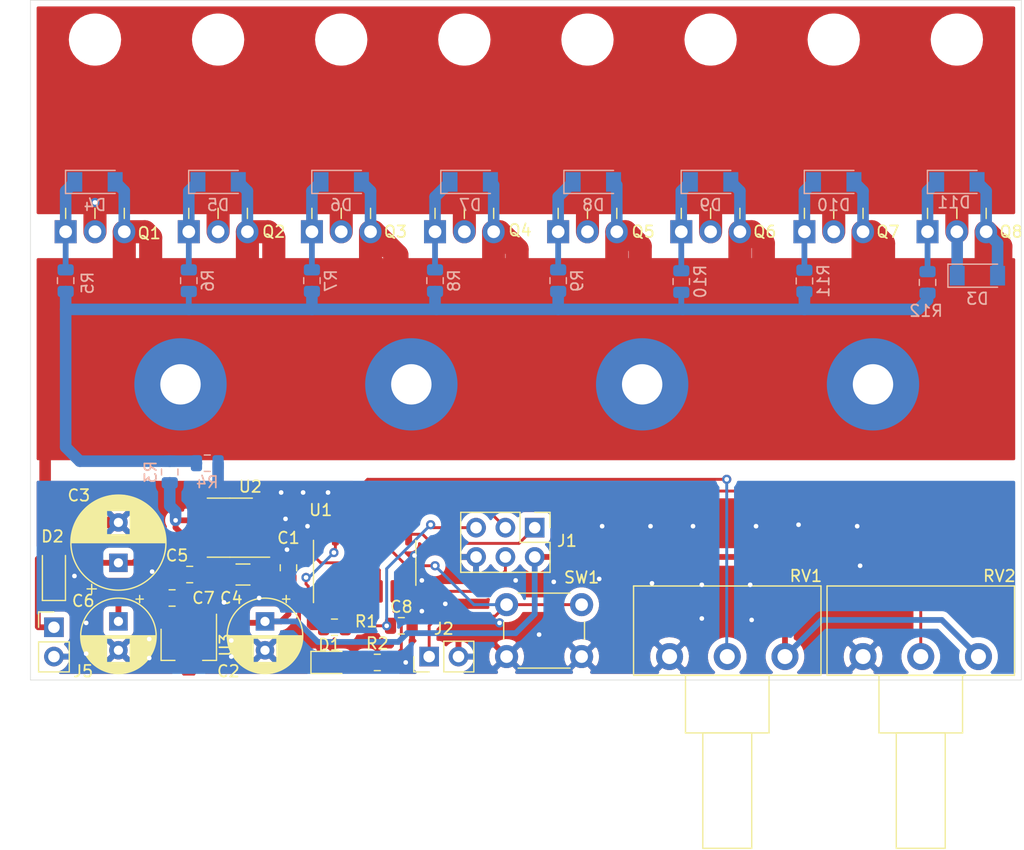
<source format=kicad_pcb>
(kicad_pcb (version 20171130) (host pcbnew 5.1.4-e60b266~84~ubuntu18.04.1)
  (layers (0 F.Cu signal) (31 B.Cu signal) (34 B.Paste user) (35 F.Paste user) (36 B.SilkS user) (37 F.SilkS user) (38 B.Mask user) (39 F.Mask user) (44 Edge.Cuts user))
  (net 0 "")
  (net 1 GND)
  (net 2 VCC)
  (net 3 VDD)
  (net 4 "Net-(C6-Pad1)")
  (net 5 "Net-(D1-Pad2)")
  (net 6 "Net-(D4-Pad1)")
  (net 7 "Net-(D5-Pad1)")
  (net 8 "Net-(D6-Pad1)")
  (net 9 "Net-(D7-Pad1)")
  (net 10 "Net-(D8-Pad1)")
  (net 11 "Net-(D9-Pad1)")
  (net 12 "Net-(D10-Pad1)")
  (net 13 "Net-(D11-Pad1)")
  (net 14 "Net-(J1-Pad4)")
  (net 15 "Net-(J1-Pad3)")
  (net 16 "Net-(J1-Pad1)")
  (net 17 "Net-(J2-Pad1)")
  (net 18 "Net-(R2-Pad2)")
  (net 19 "Net-(R3-Pad2)")
  (net 20 "Net-(R10-Pad1)")
  (net 21 "Net-(RV1-Pad2)")
  (net 22 "Net-(RV2-Pad2)")
  (net 23 DRIVE)
  (net 24 "Net-(U1-Pad3)")
  (net 25 "Net-(U1-Pad2)")
  (net 26 "Net-(U2-Pad3)")
  (net 27 Vdrive)
  (net 28 "Net-(C8-Pad1)")
  (module Package_TO_SOT_THT:TO-220-3_Horizontal_TabDown (layer F.Cu) (at 181.864 82.804)
    (fp_text reference Q8 (at 7.239 0) (layer F.SilkS))
    (fp_text value IRF3205)
    (pad 3 thru_hole oval (at 5.08 0) (size 1.905 2) (drill 1.1) (layers *.Cu *.Mask) (net 1 GND))
    (pad 2 thru_hole oval (at 2.54 0) (size 1.905 2) (drill 1.1) (layers *.Cu *.Mask) (net 27 Vdrive))
    (pad 1 thru_hole rect (at 0 0) (size 1.905 2) (drill 1.1) (layers *.Cu *.Mask) (net 13 "Net-(D11-Pad1)"))
    (pad "" np_thru_hole oval (at 2.54 -16.66) (size 3.5 3.5) (drill 3.5) (layers *.Cu *.Mask))
  )
  (module Package_TO_SOT_THT:TO-220-3_Horizontal_TabDown (layer F.Cu) (at 171.196 82.804)
    (fp_text reference Q7 (at 7.239 0) (layer F.SilkS))
    (fp_text value IRF3205)
    (pad 3 thru_hole oval (at 5.08 0) (size 1.905 2) (drill 1.1) (layers *.Cu *.Mask) (net 1 GND))
    (pad 2 thru_hole oval (at 2.54 0) (size 1.905 2) (drill 1.1) (layers *.Cu *.Mask) (net 27 Vdrive))
    (pad 1 thru_hole rect (at 0 0) (size 1.905 2) (drill 1.1) (layers *.Cu *.Mask) (net 12 "Net-(D10-Pad1)"))
    (pad "" np_thru_hole oval (at 2.54 -16.66) (size 3.5 3.5) (drill 3.5) (layers *.Cu *.Mask))
  )
  (module Package_TO_SOT_THT:TO-220-3_Horizontal_TabDown (layer F.Cu) (at 160.528 82.804)
    (fp_text reference Q6 (at 7.239 0) (layer F.SilkS))
    (fp_text value IRF3205)
    (pad "" np_thru_hole oval (at 2.54 -16.66) (size 3.5 3.5) (drill 3.5) (layers *.Cu *.Mask))
    (pad 1 thru_hole rect (at 0 0) (size 1.905 2) (drill 1.1) (layers *.Cu *.Mask) (net 11 "Net-(D9-Pad1)"))
    (pad 2 thru_hole oval (at 2.54 0) (size 1.905 2) (drill 1.1) (layers *.Cu *.Mask) (net 27 Vdrive))
    (pad 3 thru_hole oval (at 5.08 0) (size 1.905 2) (drill 1.1) (layers *.Cu *.Mask) (net 1 GND))
  )
  (module Package_TO_SOT_THT:TO-220-3_Horizontal_TabDown (layer F.Cu) (at 149.86 82.804)
    (fp_text reference Q5 (at 7.366 0) (layer F.SilkS))
    (fp_text value IRF3205)
    (pad 3 thru_hole oval (at 5.08 0) (size 1.905 2) (drill 1.1) (layers *.Cu *.Mask) (net 1 GND))
    (pad 2 thru_hole oval (at 2.54 0) (size 1.905 2) (drill 1.1) (layers *.Cu *.Mask) (net 27 Vdrive))
    (pad 1 thru_hole rect (at 0 0) (size 1.905 2) (drill 1.1) (layers *.Cu *.Mask) (net 10 "Net-(D8-Pad1)"))
    (pad "" np_thru_hole oval (at 2.54 -16.66) (size 3.5 3.5) (drill 3.5) (layers *.Cu *.Mask))
  )
  (module Package_TO_SOT_THT:TO-220-3_Horizontal_TabDown (layer F.Cu) (at 139.192 82.804)
    (fp_text reference Q4 (at 7.366 -0.127) (layer F.SilkS))
    (fp_text value IRF3205)
    (pad 3 thru_hole oval (at 5.08 0) (size 1.905 2) (drill 1.1) (layers *.Cu *.Mask) (net 1 GND))
    (pad 2 thru_hole oval (at 2.54 0) (size 1.905 2) (drill 1.1) (layers *.Cu *.Mask) (net 27 Vdrive))
    (pad 1 thru_hole rect (at 0 0) (size 1.905 2) (drill 1.1) (layers *.Cu *.Mask) (net 9 "Net-(D7-Pad1)"))
    (pad "" np_thru_hole oval (at 2.54 -16.66) (size 3.5 3.5) (drill 3.5) (layers *.Cu *.Mask))
  )
  (module Package_TO_SOT_THT:TO-220-3_Horizontal_TabDown (layer F.Cu) (at 128.524 82.804)
    (fp_text reference Q3 (at 7.239 0) (layer F.SilkS))
    (fp_text value IRF3205)
    (pad "" np_thru_hole oval (at 2.54 -16.66) (size 3.5 3.5) (drill 3.5) (layers *.Cu *.Mask))
    (pad 1 thru_hole rect (at 0 0) (size 1.905 2) (drill 1.1) (layers *.Cu *.Mask) (net 8 "Net-(D6-Pad1)"))
    (pad 2 thru_hole oval (at 2.54 0) (size 1.905 2) (drill 1.1) (layers *.Cu *.Mask) (net 27 Vdrive))
    (pad 3 thru_hole oval (at 5.08 0) (size 1.905 2) (drill 1.1) (layers *.Cu *.Mask) (net 1 GND))
  )
  (module Package_TO_SOT_THT:TO-220-3_Horizontal_TabDown (layer F.Cu) (at 117.856 82.804)
    (fp_text reference Q2 (at 7.366 0) (layer F.SilkS))
    (fp_text value IRF3205)
    (pad 3 thru_hole oval (at 5.08 0) (size 1.905 2) (drill 1.1) (layers *.Cu *.Mask) (net 1 GND))
    (pad 2 thru_hole oval (at 2.54 0) (size 1.905 2) (drill 1.1) (layers *.Cu *.Mask) (net 27 Vdrive))
    (pad 1 thru_hole rect (at 0 0) (size 1.905 2) (drill 1.1) (layers *.Cu *.Mask) (net 7 "Net-(D5-Pad1)"))
    (pad "" np_thru_hole oval (at 2.54 -16.66) (size 3.5 3.5) (drill 3.5) (layers *.Cu *.Mask))
  )
  (module Package_TO_SOT_THT:TO-220-3_Horizontal_TabDown-nosilk (layer F.Cu) (at 107.188 82.804)
    (fp_text reference Q1 (at 7.239 0.127) (layer F.SilkS))
    (fp_text value IRF3205)
    (pad "" np_thru_hole oval (at 2.54 -16.66) (size 3.5 3.5) (drill 3.5) (layers *.Cu *.Mask))
    (pad 1 thru_hole rect (at 0 0) (size 1.905 2) (drill 1.1) (layers *.Cu *.Mask) (net 6 "Net-(D4-Pad1)"))
    (pad 2 thru_hole oval (at 2.54 0) (size 1.905 2) (drill 1.1) (layers *.Cu *.Mask) (net 27 Vdrive))
    (pad 3 thru_hole oval (at 5.08 0) (size 1.905 2) (drill 1.1) (layers *.Cu *.Mask) (net 1 GND))
  )
  (module Capacitor_SMD:C_0805_2012Metric (layer F.Cu) (at 136.271 116.967)
    (fp_text reference C8 (at 0 -1.65) (layer F.SilkS))
    (fp_text value C)
    (pad 2 smd roundrect (at 0.9375 0) (size 0.975 1.4) (layers F.Cu F.Paste F.Mask) (net 1 GND))
    (pad 1 smd roundrect (at -0.9375 0) (size 0.975 1.4) (layers F.Cu F.Paste F.Mask) (net 28 "Net-(C8-Pad1)"))
  )
  (module Package_TO_SOT_SMD:SOT-89-3 (layer F.Cu) (at 117.856 118.1862 270)
    (fp_text reference U3 (at 0.45 -3.2 90) (layer F.SilkS))
    (fp_text value L78L05_SOT89)
    (pad 2 smd trapezoid (at -0.0762 0) (size 1.5 1) (rect_delta 0 0.7) (layers F.Cu F.Paste F.Mask) (net 1 GND))
    (pad 2 smd rect (at 1.3335 0 180) (size 2.2 1.84) (layers F.Cu F.Paste F.Mask) (net 1 GND))
    (pad 3 smd rect (at -1.48 1.5 180) (size 1 1.5) (layers F.Cu F.Paste F.Mask) (net 4 "Net-(C6-Pad1)"))
    (pad 2 smd rect (at -1.3335 0 180) (size 1 1.8) (layers F.Cu F.Paste F.Mask) (net 1 GND))
    (pad 1 smd rect (at -1.48 -1.5 180) (size 1 1.5) (layers F.Cu F.Paste F.Mask) (net 2 VCC))
    (pad 2 smd trapezoid (at 2.667 0 180) (size 1.6 0.85) (rect_delta 0 0.6) (layers F.Cu F.Paste F.Mask) (net 1 GND))
  )
  (module Package_SO:SOIC-8-1EP_3.9x4.9mm_P1.27mm_EP2.29x3mm (layer F.Cu) (at 121.412 108.458 180)
    (fp_text reference U2 (at -1.778 3.556) (layer F.SilkS))
    (fp_text value TC4429VOA)
    (pad 8 smd roundrect (at 2.475 -1.905 180) (size 1.95 0.6) (layers F.Cu F.Paste F.Mask) (net 3 VDD))
    (pad 7 smd roundrect (at 2.475 -0.635 180) (size 1.95 0.6) (layers F.Cu F.Paste F.Mask) (net 19 "Net-(R3-Pad2)"))
    (pad 6 smd roundrect (at 2.475 0.635 180) (size 1.95 0.6) (layers F.Cu F.Paste F.Mask) (net 19 "Net-(R3-Pad2)"))
    (pad 5 smd roundrect (at 2.475 1.905 180) (size 1.95 0.6) (layers F.Cu F.Paste F.Mask) (net 1 GND))
    (pad 4 smd roundrect (at -2.475 1.905 180) (size 1.95 0.6) (layers F.Cu F.Paste F.Mask) (net 1 GND))
    (pad 3 smd roundrect (at -2.475 0.635 180) (size 1.95 0.6) (layers F.Cu F.Paste F.Mask) (net 26 "Net-(U2-Pad3)"))
    (pad 2 smd roundrect (at -2.475 -0.635 180) (size 1.95 0.6) (layers F.Cu F.Paste F.Mask) (net 23 DRIVE))
    (pad 1 smd roundrect (at -2.475 -1.905 180) (size 1.95 0.6) (layers F.Cu F.Paste F.Mask) (net 3 VDD))
    (pad 9 smd roundrect (at 0 0 180) (size 2.29 3) (layers F.Cu F.Mask) (roundrect_rratio 0.10917))
  )
  (module Package_SO:SOIC-14_3.9x8.7mm_P1.27mm (layer F.Cu) (at 133.096 111.506 90)
    (fp_text reference U1 (at 4.572 -3.81 180) (layer F.SilkS))
    (fp_text value ATtiny24-20SSU)
    (pad 14 smd roundrect (at 2.475 -3.81 90) (size 1.95 0.6) (layers F.Cu F.Paste F.Mask) (net 1 GND))
    (pad 13 smd roundrect (at 2.475 -2.54 90) (size 1.95 0.6) (layers F.Cu F.Paste F.Mask) (net 2 VCC))
    (pad 12 smd roundrect (at 2.475 -1.27 90) (size 1.95 0.6) (layers F.Cu F.Paste F.Mask) (net 21 "Net-(RV1-Pad2)"))
    (pad 11 smd roundrect (at 2.475 0 90) (size 1.95 0.6) (layers F.Cu F.Paste F.Mask) (net 22 "Net-(RV2-Pad2)"))
    (pad 10 smd roundrect (at 2.475 1.27 90) (size 1.95 0.6) (layers F.Cu F.Paste F.Mask) (net 17 "Net-(J2-Pad1)"))
    (pad 9 smd roundrect (at 2.475 2.54 90) (size 1.95 0.6) (layers F.Cu F.Paste F.Mask) (net 15 "Net-(J1-Pad3)"))
    (pad 8 smd roundrect (at 2.475 3.81 90) (size 1.95 0.6) (layers F.Cu F.Paste F.Mask) (net 16 "Net-(J1-Pad1)"))
    (pad 7 smd roundrect (at -2.475 3.81 90) (size 1.95 0.6) (layers F.Cu F.Paste F.Mask) (net 14 "Net-(J1-Pad4)"))
    (pad 6 smd roundrect (at -2.475 2.54 90) (size 1.95 0.6) (layers F.Cu F.Paste F.Mask) (net 18 "Net-(R2-Pad2)"))
    (pad 5 smd roundrect (at -2.475 1.27 90) (size 1.95 0.6) (layers F.Cu F.Paste F.Mask) (net 23 DRIVE))
    (pad 4 smd roundrect (at -2.475 0 90) (size 1.95 0.6) (layers F.Cu F.Paste F.Mask) (net 28 "Net-(C8-Pad1)"))
    (pad 3 smd roundrect (at -2.475 -1.27 90) (size 1.95 0.6) (layers F.Cu F.Paste F.Mask) (net 24 "Net-(U1-Pad3)"))
    (pad 2 smd roundrect (at -2.475 -2.54 90) (size 1.95 0.6) (layers F.Cu F.Paste F.Mask) (net 25 "Net-(U1-Pad2)"))
    (pad 1 smd roundrect (at -2.475 -3.81 90) (size 1.95 0.6) (layers F.Cu F.Paste F.Mask) (net 2 VCC))
  )
  (module Button_Switch_THT:SW_PUSH_6mm_H5mm (layer F.Cu) (at 151.892 119.634 180)
    (fp_text reference SW1 (at 0 6.858) (layer F.SilkS))
    (fp_text value SW_Push)
    (pad 1 thru_hole circle (at 6.5 0 270) (size 2 2) (drill 1.1) (layers *.Cu *.Mask) (net 1 GND))
    (pad 2 thru_hole circle (at 6.5 4.5 270) (size 2 2) (drill 1.1) (layers *.Cu *.Mask) (net 17 "Net-(J2-Pad1)"))
    (pad 1 thru_hole circle (at 0 0 270) (size 2 2) (drill 1.1) (layers *.Cu *.Mask) (net 1 GND))
    (pad 2 thru_hole circle (at 0 4.5 270) (size 2 2) (drill 1.1) (layers *.Cu *.Mask) (net 17 "Net-(J2-Pad1)"))
  )
  (module Potentiometer_THT:Potentiometer_Piher_T-16H_Single_Horizontal (layer F.Cu) (at 176.276 119.634 270)
    (fp_text reference RV2 (at -6.985 -11.811 180) (layer F.SilkS))
    (fp_text value R_POT)
    (pad 1 thru_hole circle (at 0 0 270) (size 2.34 2.34) (drill 1.3) (layers *.Cu *.Mask) (net 1 GND))
    (pad 2 thru_hole circle (at 0 -5 270) (size 2.34 2.34) (drill 1.3) (layers *.Cu *.Mask) (net 22 "Net-(RV2-Pad2)"))
    (pad 3 thru_hole circle (at 0 -10 270) (size 2.34 2.34) (drill 1.3) (layers *.Cu *.Mask) (net 2 VCC))
  )
  (module Potentiometer_THT:Potentiometer_Piher_T-16H_Single_Horizontal (layer F.Cu) (at 159.512 119.634 270)
    (fp_text reference RV1 (at -6.985 -11.811 180) (layer F.SilkS))
    (fp_text value R_POT)
    (pad 1 thru_hole circle (at 0 0 270) (size 2.34 2.34) (drill 1.3) (layers *.Cu *.Mask) (net 1 GND))
    (pad 2 thru_hole circle (at 0 -5 270) (size 2.34 2.34) (drill 1.3) (layers *.Cu *.Mask) (net 21 "Net-(RV1-Pad2)"))
    (pad 3 thru_hole circle (at 0 -10 270) (size 2.34 2.34) (drill 1.3) (layers *.Cu *.Mask) (net 2 VCC))
  )
  (module Resistor_SMD:R_0805_2012Metric (layer B.Cu) (at 181.864 87.2005 90)
    (fp_text reference R12 (at -2.4615 -0.127) (layer B.SilkS) (effects (justify mirror)))
    (fp_text value R)
    (pad 2 smd roundrect (at 0.9375 0 90) (size 0.975 1.4) (layers B.Cu B.Paste B.Mask) (net 13 "Net-(D11-Pad1)"))
    (pad 1 smd roundrect (at -0.9375 0 90) (size 0.975 1.4) (layers B.Cu B.Paste B.Mask) (net 20 "Net-(R10-Pad1)"))
  )
  (module Resistor_SMD:R_0805_2012Metric (layer B.Cu) (at 171.196 87.0735 90)
    (fp_text reference R11 (at 0 1.65 270) (layer B.SilkS) (effects (justify mirror)))
    (fp_text value R)
    (pad 2 smd roundrect (at 0.9375 0 90) (size 0.975 1.4) (layers B.Cu B.Paste B.Mask) (net 12 "Net-(D10-Pad1)"))
    (pad 1 smd roundrect (at -0.9375 0 90) (size 0.975 1.4) (layers B.Cu B.Paste B.Mask) (net 20 "Net-(R10-Pad1)"))
  )
  (module Resistor_SMD:R_0805_2012Metric (layer B.Cu) (at 160.528 87.122 90)
    (fp_text reference R10 (at 0 1.65 270) (layer B.SilkS) (effects (justify mirror)))
    (fp_text value R)
    (pad 2 smd roundrect (at 0.9375 0 90) (size 0.975 1.4) (layers B.Cu B.Paste B.Mask) (net 11 "Net-(D9-Pad1)"))
    (pad 1 smd roundrect (at -0.9375 0 90) (size 0.975 1.4) (layers B.Cu B.Paste B.Mask) (net 20 "Net-(R10-Pad1)"))
  )
  (module Resistor_SMD:R_0805_2012Metric (layer B.Cu) (at 149.86 87.0435 90)
    (fp_text reference R9 (at 0 1.65 270) (layer B.SilkS) (effects (justify mirror)))
    (fp_text value R)
    (pad 2 smd roundrect (at 0.9375 0 90) (size 0.975 1.4) (layers B.Cu B.Paste B.Mask) (net 10 "Net-(D8-Pad1)"))
    (pad 1 smd roundrect (at -0.9375 0 90) (size 0.975 1.4) (layers B.Cu B.Paste B.Mask) (net 20 "Net-(R10-Pad1)"))
  )
  (module Resistor_SMD:R_0805_2012Metric (layer B.Cu) (at 139.192 87.0435 90)
    (fp_text reference R8 (at 0 1.65 270) (layer B.SilkS) (effects (justify mirror)))
    (fp_text value R)
    (pad 2 smd roundrect (at 0.9375 0 90) (size 0.975 1.4) (layers B.Cu B.Paste B.Mask) (net 9 "Net-(D7-Pad1)"))
    (pad 1 smd roundrect (at -0.9375 0 90) (size 0.975 1.4) (layers B.Cu B.Paste B.Mask) (net 20 "Net-(R10-Pad1)"))
  )
  (module Resistor_SMD:R_0805_2012Metric (layer B.Cu) (at 128.524 87.0435 90)
    (fp_text reference R7 (at 0 1.65 270) (layer B.SilkS) (effects (justify mirror)))
    (fp_text value R)
    (pad 2 smd roundrect (at 0.9375 0 90) (size 0.975 1.4) (layers B.Cu B.Paste B.Mask) (net 8 "Net-(D6-Pad1)"))
    (pad 1 smd roundrect (at -0.9375 0 90) (size 0.975 1.4) (layers B.Cu B.Paste B.Mask) (net 20 "Net-(R10-Pad1)"))
  )
  (module Resistor_SMD:R_0805_2012Metric (layer B.Cu) (at 117.856 87.0435 90)
    (fp_text reference R6 (at 0 1.65 270) (layer B.SilkS) (effects (justify mirror)))
    (fp_text value R)
    (pad 2 smd roundrect (at 0.9375 0 90) (size 0.975 1.4) (layers B.Cu B.Paste B.Mask) (net 7 "Net-(D5-Pad1)"))
    (pad 1 smd roundrect (at -0.9375 0 90) (size 0.975 1.4) (layers B.Cu B.Paste B.Mask) (net 20 "Net-(R10-Pad1)"))
  )
  (module Resistor_SMD:R_0805_2012Metric (layer B.Cu) (at 107.188 87.0435 90)
    (fp_text reference R5 (at -0.2055 1.905 270) (layer B.SilkS) (effects (justify mirror)))
    (fp_text value R)
    (pad 2 smd roundrect (at 0.9375 0 90) (size 0.975 1.4) (layers B.Cu B.Paste B.Mask) (net 6 "Net-(D4-Pad1)"))
    (pad 1 smd roundrect (at -0.9375 0 90) (size 0.975 1.4) (layers B.Cu B.Paste B.Mask) (net 20 "Net-(R10-Pad1)"))
  )
  (module Resistor_SMD:R_0805_2012Metric (layer B.Cu) (at 119.4585 102.87)
    (fp_text reference R4 (at 0 1.65) (layer B.SilkS) (effects (justify mirror)))
    (fp_text value R)
    (pad 2 smd roundrect (at 0.9375 0) (size 0.975 1.4) (layers B.Cu B.Paste B.Mask) (net 1 GND))
    (pad 1 smd roundrect (at -0.9375 0) (size 0.975 1.4) (layers B.Cu B.Paste B.Mask) (net 20 "Net-(R10-Pad1)"))
  )
  (module Resistor_SMD:R_0805_2012Metric (layer B.Cu) (at 116.205 103.632 270)
    (fp_text reference R3 (at 0 1.65 270) (layer B.SilkS) (effects (justify mirror)))
    (fp_text value R)
    (pad 2 smd roundrect (at 0.9375 0 270) (size 0.975 1.4) (layers B.Cu B.Paste B.Mask) (net 19 "Net-(R3-Pad2)"))
    (pad 1 smd roundrect (at -0.9375 0 270) (size 0.975 1.4) (layers B.Cu B.Paste B.Mask) (net 20 "Net-(R10-Pad1)"))
  )
  (module Resistor_SMD:R_0805_2012Metric (layer F.Cu) (at 134.1905 120.142)
    (fp_text reference R2 (at 0 -1.65) (layer F.SilkS))
    (fp_text value R)
    (pad 2 smd roundrect (at 0.9375 0) (size 0.975 1.4) (layers F.Cu F.Paste F.Mask) (net 18 "Net-(R2-Pad2)"))
    (pad 1 smd roundrect (at -0.9375 0) (size 0.975 1.4) (layers F.Cu F.Paste F.Mask) (net 5 "Net-(D1-Pad2)"))
  )
  (module Resistor_SMD:R_0805_2012Metric (layer F.Cu) (at 130.4775 117.094 180)
    (fp_text reference R1 (at -2.7455 0.508) (layer F.SilkS))
    (fp_text value R)
    (pad 2 smd roundrect (at 0.9375 0 180) (size 0.975 1.4) (layers F.Cu F.Paste F.Mask) (net 2 VCC))
    (pad 1 smd roundrect (at -0.9375 0 180) (size 0.975 1.4) (layers F.Cu F.Paste F.Mask) (net 28 "Net-(C8-Pad1)"))
  )
  (module Connector_PinHeader_2.54mm:PinHeader_1x02_P2.54mm_Vertical (layer F.Cu) (at 106.172 117.094)
    (fp_text reference J5 (at 2.54 3.81) (layer F.SilkS))
    (fp_text value Conn_01x02)
    (pad 2 thru_hole oval (at 0 2.54) (size 1.7 1.7) (drill 1) (layers *.Cu *.Mask) (net 1 GND))
    (pad 1 thru_hole rect (at 0 0) (size 1.7 1.7) (drill 1) (layers *.Cu *.Mask) (net 3 VDD))
  )
  (module Connector_PinHeader_2.54mm:PinHeader_1x02_P2.54mm_Vertical (layer F.Cu) (at 138.684 119.634 90)
    (fp_text reference J2 (at 2.413 1.27 180) (layer F.SilkS))
    (fp_text value Conn_01x02)
    (pad 2 thru_hole oval (at 0 2.54 90) (size 1.7 1.7) (drill 1) (layers *.Cu *.Mask) (net 1 GND))
    (pad 1 thru_hole rect (at 0 0 90) (size 1.7 1.7) (drill 1) (layers *.Cu *.Mask) (net 17 "Net-(J2-Pad1)"))
  )
  (module Connector_PinHeader_2.54mm:PinHeader_2x03_P2.54mm_Vertical (layer F.Cu) (at 147.828 108.458 270)
    (fp_text reference J1 (at 1.143 -2.794 180) (layer F.SilkS))
    (fp_text value Conn_02x03_Odd_Even)
    (pad 6 thru_hole oval (at 2.54 5.08 270) (size 1.7 1.7) (drill 1) (layers *.Cu *.Mask) (net 1 GND))
    (pad 5 thru_hole oval (at 0 5.08 270) (size 1.7 1.7) (drill 1) (layers *.Cu *.Mask) (net 28 "Net-(C8-Pad1)"))
    (pad 4 thru_hole oval (at 2.54 2.54 270) (size 1.7 1.7) (drill 1) (layers *.Cu *.Mask) (net 14 "Net-(J1-Pad4)"))
    (pad 3 thru_hole oval (at 0 2.54 270) (size 1.7 1.7) (drill 1) (layers *.Cu *.Mask) (net 15 "Net-(J1-Pad3)"))
    (pad 2 thru_hole oval (at 2.54 0 270) (size 1.7 1.7) (drill 1) (layers *.Cu *.Mask) (net 2 VCC))
    (pad 1 thru_hole rect (at 0 0 270) (size 1.7 1.7) (drill 1) (layers *.Cu *.Mask) (net 16 "Net-(J1-Pad1)"))
  )
  (module Diode_SMD:D_MiniMELF (layer B.Cu) (at 184.404 78.486)
    (fp_text reference D11 (at -0.254 1.778) (layer B.SilkS) (effects (justify mirror)))
    (fp_text value LL41)
    (pad 2 smd rect (at 1.75 0) (size 1.3 1.7) (layers B.Cu B.Paste B.Mask) (net 1 GND))
    (pad 1 smd rect (at -1.75 0) (size 1.3 1.7) (layers B.Cu B.Paste B.Mask) (net 13 "Net-(D11-Pad1)"))
  )
  (module Diode_SMD:D_MiniMELF (layer B.Cu) (at 173.736 78.486)
    (fp_text reference D10 (at 0 2) (layer B.SilkS) (effects (justify mirror)))
    (fp_text value LL41)
    (pad 2 smd rect (at 1.75 0) (size 1.3 1.7) (layers B.Cu B.Paste B.Mask) (net 1 GND))
    (pad 1 smd rect (at -1.75 0) (size 1.3 1.7) (layers B.Cu B.Paste B.Mask) (net 12 "Net-(D10-Pad1)"))
  )
  (module Diode_SMD:D_MiniMELF (layer B.Cu) (at 163.068 78.486)
    (fp_text reference D9 (at 0 2) (layer B.SilkS) (effects (justify mirror)))
    (fp_text value LL41)
    (pad 2 smd rect (at 1.75 0) (size 1.3 1.7) (layers B.Cu B.Paste B.Mask) (net 1 GND))
    (pad 1 smd rect (at -1.75 0) (size 1.3 1.7) (layers B.Cu B.Paste B.Mask) (net 11 "Net-(D9-Pad1)"))
  )
  (module Diode_SMD:D_MiniMELF (layer B.Cu) (at 152.908 78.486)
    (fp_text reference D8 (at 0 2) (layer B.SilkS) (effects (justify mirror)))
    (fp_text value LL41)
    (pad 2 smd rect (at 1.75 0) (size 1.3 1.7) (layers B.Cu B.Paste B.Mask) (net 1 GND))
    (pad 1 smd rect (at -1.75 0) (size 1.3 1.7) (layers B.Cu B.Paste B.Mask) (net 10 "Net-(D8-Pad1)"))
  )
  (module Diode_SMD:D_MiniMELF (layer B.Cu) (at 142.24 78.486)
    (fp_text reference D7 (at 0 2) (layer B.SilkS) (effects (justify mirror)))
    (fp_text value LL41)
    (pad 2 smd rect (at 1.75 0) (size 1.3 1.7) (layers B.Cu B.Paste B.Mask) (net 1 GND))
    (pad 1 smd rect (at -1.75 0) (size 1.3 1.7) (layers B.Cu B.Paste B.Mask) (net 9 "Net-(D7-Pad1)"))
  )
  (module Diode_SMD:D_MiniMELF (layer B.Cu) (at 131.064 78.486)
    (fp_text reference D6 (at 0 2) (layer B.SilkS) (effects (justify mirror)))
    (fp_text value LL41)
    (pad 2 smd rect (at 1.75 0) (size 1.3 1.7) (layers B.Cu B.Paste B.Mask) (net 1 GND))
    (pad 1 smd rect (at -1.75 0) (size 1.3 1.7) (layers B.Cu B.Paste B.Mask) (net 8 "Net-(D6-Pad1)"))
  )
  (module Diode_SMD:D_MiniMELF (layer B.Cu) (at 120.396 78.486)
    (fp_text reference D5 (at 0 2) (layer B.SilkS) (effects (justify mirror)))
    (fp_text value LL41)
    (pad 2 smd rect (at 1.75 0) (size 1.3 1.7) (layers B.Cu B.Paste B.Mask) (net 1 GND))
    (pad 1 smd rect (at -1.75 0) (size 1.3 1.7) (layers B.Cu B.Paste B.Mask) (net 7 "Net-(D5-Pad1)"))
  )
  (module Diode_SMD:D_MiniMELF (layer B.Cu) (at 109.728 78.486)
    (fp_text reference D4 (at 0 2) (layer B.SilkS) (effects (justify mirror)))
    (fp_text value LL41)
    (pad 2 smd rect (at 1.75 0) (size 1.3 1.7) (layers B.Cu B.Paste B.Mask) (net 1 GND))
    (pad 1 smd rect (at -1.75 0) (size 1.3 1.7) (layers B.Cu B.Paste B.Mask) (net 6 "Net-(D4-Pad1)"))
  )
  (module Diode_SMD:D_MiniMELF (layer B.Cu) (at 186.182 86.614)
    (fp_text reference D3 (at 0 2 180) (layer B.SilkS) (effects (justify mirror)))
    (fp_text value D_TVS)
    (pad 2 smd rect (at 1.75 0) (size 1.3 1.7) (layers B.Cu B.Paste B.Mask) (net 1 GND))
    (pad 1 smd rect (at -1.75 0) (size 1.3 1.7) (layers B.Cu B.Paste B.Mask) (net 27 Vdrive))
  )
  (module Diode_SMD:D_SOD-123 (layer F.Cu) (at 106.172 112.522 90)
    (fp_text reference D2 (at 3.302 -0.127 180) (layer F.SilkS))
    (fp_text value 1N4148W)
    (pad 2 smd rect (at 1.65 0 90) (size 0.9 1.2) (layers F.Cu F.Paste F.Mask) (net 3 VDD))
    (pad 1 smd rect (at -1.65 0 90) (size 0.9 1.2) (layers F.Cu F.Paste F.Mask) (net 4 "Net-(C6-Pad1)"))
  )
  (module LED_SMD:LED_0805_2012Metric (layer F.Cu) (at 130.1265 120.142)
    (fp_text reference D1 (at -0.0785 -1.524) (layer F.SilkS))
    (fp_text value LED)
    (pad 2 smd roundrect (at 0.9375 0) (size 0.975 1.4) (layers F.Cu F.Paste F.Mask) (net 5 "Net-(D1-Pad2)"))
    (pad 1 smd roundrect (at -0.9375 0) (size 0.975 1.4) (layers F.Cu F.Paste F.Mask) (net 1 GND))
  )
  (module Capacitor_SMD:C_0805_2012Metric (layer F.Cu) (at 116.4105 114.554)
    (fp_text reference C7 (at 2.7155 0) (layer F.SilkS))
    (fp_text value C)
    (pad 2 smd roundrect (at 0.9375 0) (size 0.975 1.4) (layers F.Cu F.Paste F.Mask) (net 1 GND))
    (pad 1 smd roundrect (at -0.9375 0) (size 0.975 1.4) (layers F.Cu F.Paste F.Mask) (net 4 "Net-(C6-Pad1)"))
  )
  (module Capacitor_THT:CP_Radial_D6.3mm_P2.50mm (layer F.Cu) (at 111.76 116.586 270)
    (fp_text reference C6 (at -1.778 3.048 180) (layer F.SilkS))
    (fp_text value CP)
    (pad 2 thru_hole circle (at 2.5 0 270) (size 1.6 1.6) (drill 0.8) (layers *.Cu *.Mask) (net 1 GND))
    (pad 1 thru_hole rect (at 0 0 270) (size 1.6 1.6) (drill 0.8) (layers *.Cu *.Mask) (net 4 "Net-(C6-Pad1)"))
  )
  (module Capacitor_SMD:C_0805_2012Metric (layer F.Cu) (at 117.9345 112.522)
    (fp_text reference C5 (at -1.0945 -1.65) (layer F.SilkS))
    (fp_text value C)
    (pad 2 smd roundrect (at 0.9375 0) (size 0.975 1.4) (layers F.Cu F.Paste F.Mask) (net 3 VDD))
    (pad 1 smd roundrect (at -0.9375 0) (size 0.975 1.4) (layers F.Cu F.Paste F.Mask) (net 1 GND))
  )
  (module Capacitor_SMD:C_1206_3216Metric (layer F.Cu) (at 122.552 112.522 180)
    (fp_text reference C4 (at 1.013 -2.032) (layer F.SilkS))
    (fp_text value CP)
    (pad 2 smd roundrect (at 1.4 0 180) (size 1.25 1.75) (layers F.Cu F.Paste F.Mask) (roundrect_rratio 0.2) (net 1 GND))
    (pad 1 smd roundrect (at -1.4 0 180) (size 1.25 1.75) (layers F.Cu F.Paste F.Mask) (roundrect_rratio 0.2) (net 3 VDD))
  )
  (module Capacitor_THT:CP_Radial_D8.0mm_P3.50mm (layer F.Cu) (at 111.76 111.506 90)
    (fp_text reference C3 (at 5.842 -3.429 180) (layer F.SilkS))
    (fp_text value CP)
    (pad 2 thru_hole circle (at 3.5 0 90) (size 1.6 1.6) (drill 0.8) (layers *.Cu *.Mask) (net 1 GND))
    (pad 1 thru_hole rect (at 0 0 90) (size 1.6 1.6) (drill 0.8) (layers *.Cu *.Mask) (net 3 VDD))
  )
  (module Capacitor_THT:CP_Radial_D6.3mm_P2.50mm (layer F.Cu) (at 124.46 116.586 270)
    (fp_text reference C2 (at 4.318 3.175 180) (layer F.SilkS))
    (fp_text value CP)
    (pad 2 thru_hole circle (at 2.5 0 270) (size 1.6 1.6) (drill 0.8) (layers *.Cu *.Mask) (net 1 GND))
    (pad 1 thru_hole rect (at 0 0 270) (size 1.6 1.6) (drill 0.8) (layers *.Cu *.Mask) (net 2 VCC))
  )
  (module Capacitor_SMD:C_0805_2012Metric (layer F.Cu) (at 126.492 111.9355 90)
    (fp_text reference C1 (at 2.5885 0 180) (layer F.SilkS))
    (fp_text value C)
    (pad 2 smd roundrect (at 0.9375 0 90) (size 0.975 1.4) (layers F.Cu F.Paste F.Mask) (net 1 GND))
    (pad 1 smd roundrect (at -0.9375 0 90) (size 0.975 1.4) (layers F.Cu F.Paste F.Mask) (net 2 VCC))
  )
  (gr_line (start 104.14 121.666) (end 104.14 62.738) (layer Edge.Cuts) (width 0.05))
  (gr_line (start 189.992 121.666) (end 104.14 121.666) (layer Edge.Cuts) (width 0.05))
  (gr_line (start 189.992 62.738) (end 189.992 121.666) (layer Edge.Cuts) (width 0.05))
  (gr_line (start 104.14 62.738) (end 189.992 62.738) (layer Edge.Cuts) (width 0.05))
  (segment (start 112.268 82.804) (end 112.268 86.868) (width 2) (layer F.Cu) (net 1))
  (segment (start 112.268 82.804) (end 114.046 82.804) (width 2) (layer F.Cu) (net 1))
  (segment (start 114.046 82.804) (end 114.554 83.312) (width 2) (layer F.Cu) (net 1))
  (segment (start 114.554 83.312) (end 114.554 85.852) (width 2) (layer F.Cu) (net 1))
  (segment (start 122.936 86.106) (end 122.936 82.804) (width 2) (layer F.Cu) (net 1))
  (segment (start 122.936 82.804) (end 124.714 82.804) (width 2) (layer F.Cu) (net 1))
  (segment (start 124.714 82.804) (end 125.222 83.312) (width 2) (layer F.Cu) (net 1))
  (segment (start 125.222 83.312) (end 125.222 86.106) (width 2) (layer F.Cu) (net 1))
  (segment (start 144.272 82.804) (end 144.272 86.106) (width 2) (layer F.Cu) (net 1))
  (segment (start 144.272 82.804) (end 144.78 82.804) (width 2) (layer F.Cu) (net 1))
  (segment (start 144.78 82.804) (end 146.304 84.328) (width 2) (layer F.Cu) (net 1))
  (segment (start 146.304 84.328) (end 146.304 86.36) (width 2) (layer F.Cu) (net 1))
  (segment (start 165.608 86.868) (end 165.608 82.804) (width 2) (layer F.Cu) (net 1))
  (segment (start 165.608 82.804) (end 166.624 82.804) (width 2) (layer F.Cu) (net 1))
  (segment (start 166.624 82.804) (end 167.64 83.82) (width 2) (layer F.Cu) (net 1))
  (segment (start 167.64 83.82) (end 167.64 86.36) (width 2) (layer F.Cu) (net 1))
  (segment (start 176.276 82.804) (end 176.276 85.804) (width 2) (layer F.Cu) (net 1))
  (segment (start 176.276 82.804) (end 177.038 82.804) (width 2) (layer F.Cu) (net 1))
  (segment (start 177.038 82.804) (end 178.054 83.82) (width 2) (layer F.Cu) (net 1))
  (segment (start 178.054 83.82) (end 178.054 86.106) (width 2) (layer F.Cu) (net 1))
  (segment (start 186.944 82.804) (end 186.944 85.804) (width 2) (layer F.Cu) (net 1))
  (segment (start 186.944 82.804) (end 188.214 84.074) (width 2) (layer F.Cu) (net 1))
  (segment (start 188.214 84.074) (end 188.214 87.122) (width 2) (layer F.Cu) (net 1))
  (segment (start 112.268 79.276) (end 111.478 78.486) (width 1) (layer B.Cu) (net 1))
  (segment (start 112.268 82.804) (end 112.268 79.276) (width 1) (layer B.Cu) (net 1))
  (segment (start 122.936 79.276) (end 122.146 78.486) (width 1) (layer B.Cu) (net 1))
  (segment (start 122.936 82.804) (end 122.936 79.276) (width 1) (layer B.Cu) (net 1))
  (segment (start 133.604 79.276) (end 132.814 78.486) (width 1) (layer B.Cu) (net 1))
  (segment (start 133.604 82.804) (end 133.604 79.276) (width 1) (layer B.Cu) (net 1))
  (segment (start 144.272 78.768) (end 143.99 78.486) (width 1) (layer B.Cu) (net 1))
  (segment (start 144.272 82.804) (end 144.272 78.768) (width 1) (layer B.Cu) (net 1))
  (segment (start 154.94 78.768) (end 154.658 78.486) (width 1) (layer B.Cu) (net 1))
  (segment (start 154.94 82.804) (end 154.94 78.768) (width 1) (layer B.Cu) (net 1))
  (segment (start 165.608 79.276) (end 164.818 78.486) (width 1) (layer B.Cu) (net 1))
  (segment (start 165.608 82.804) (end 165.608 79.276) (width 1) (layer B.Cu) (net 1))
  (segment (start 176.276 79.276) (end 175.486 78.486) (width 1) (layer B.Cu) (net 1))
  (segment (start 176.276 82.804) (end 176.276 79.276) (width 1) (layer B.Cu) (net 1))
  (segment (start 186.944 79.276) (end 186.154 78.486) (width 1) (layer B.Cu) (net 1))
  (segment (start 186.944 82.804) (end 186.944 79.276) (width 1) (layer B.Cu) (net 1))
  (segment (start 187.932 83.792) (end 186.944 82.804) (width 1) (layer B.Cu) (net 1))
  (segment (start 187.932 86.614) (end 187.932 83.792) (width 1) (layer B.Cu) (net 1))
  (segment (start 154.94 82.804) (end 154.94 86.614) (width 2) (layer F.Cu) (net 1))
  (segment (start 154.94 82.804) (end 155.702 82.804) (width 2) (layer F.Cu) (net 1))
  (segment (start 155.702 82.804) (end 156.972 84.074) (width 2) (layer F.Cu) (net 1))
  (segment (start 156.972 84.074) (end 156.972 86.106) (width 2) (layer F.Cu) (net 1))
  (segment (start 133.604 82.804) (end 133.604 87.122) (width 2) (layer F.Cu) (net 1))
  (segment (start 133.604 82.804) (end 133.858 82.804) (width 2) (layer F.Cu) (net 1))
  (segment (start 133.858 82.804) (end 135.89 84.836) (width 2) (layer F.Cu) (net 1))
  (segment (start 135.89 84.836) (end 135.89 87.122) (width 2) (layer F.Cu) (net 1))
  (via (at 117.138 96.034) (size 8) (drill 3.5) (layers F.Cu B.Cu) (net 1))
  (via (at 137.138 96.034) (size 8) (drill 3.5) (layers F.Cu B.Cu) (net 1))
  (via (at 157.138 96.034) (size 8) (drill 3.5) (layers F.Cu B.Cu) (net 1))
  (via (at 177.138 96.034) (size 8) (drill 3.5) (layers F.Cu B.Cu) (net 1))
  (via (at 138.049 113.03) (size 0.8) (drill 0.4) (layers F.Cu B.Cu) (net 1))
  (via (at 137.414 110.871) (size 0.8) (drill 0.4) (layers F.Cu B.Cu) (net 1))
  (via (at 138.049 115.697) (size 0.8) (drill 0.4) (layers F.Cu B.Cu) (net 1))
  (via (at 129.921 105.41) (size 0.8) (drill 0.4) (layers F.Cu B.Cu) (net 1))
  (via (at 127.762 105.41) (size 0.8) (drill 0.4) (layers F.Cu B.Cu) (net 1))
  (via (at 125.857 105.41) (size 0.8) (drill 0.4) (layers F.Cu B.Cu) (net 1))
  (via (at 153.67 108.331) (size 0.8) (drill 0.4) (layers F.Cu B.Cu) (net 1))
  (via (at 157.861 108.331) (size 0.8) (drill 0.4) (layers F.Cu B.Cu) (net 1))
  (via (at 161.544 108.331) (size 0.8) (drill 0.4) (layers F.Cu B.Cu) (net 1))
  (via (at 170.688 108.204) (size 0.8) (drill 0.4) (layers F.Cu B.Cu) (net 1))
  (via (at 175.768 108.331) (size 0.8) (drill 0.4) (layers F.Cu B.Cu) (net 1))
  (via (at 176.022 111.76) (size 0.8) (drill 0.4) (layers F.Cu B.Cu) (net 1))
  (via (at 107.95 112.649) (size 0.8) (drill 0.4) (layers F.Cu B.Cu) (net 1))
  (via (at 114.681 112.268) (size 0.8) (drill 0.4) (layers F.Cu B.Cu) (net 1))
  (segment (start 120.396 102.87) (end 120.396 104.902) (width 1) (layer B.Cu) (net 1))
  (segment (start 111.76 108.006) (end 108.006 108.006) (width 1) (layer F.Cu) (net 1))
  (segment (start 108.006 108.006) (end 105.41 105.41) (width 1) (layer F.Cu) (net 1))
  (segment (start 105.41 105.41) (end 105.41 97.409) (width 1) (layer F.Cu) (net 1))
  (segment (start 106.785 96.034) (end 117.138 96.034) (width 1) (layer F.Cu) (net 1))
  (segment (start 105.41 97.409) (end 106.785 96.034) (width 1) (layer F.Cu) (net 1))
  (via (at 126.365 110.363) (size 0.8) (drill 0.4) (layers F.Cu B.Cu) (net 1))
  (via (at 126.238 107.696) (size 0.8) (drill 0.4) (layers F.Cu B.Cu) (net 1))
  (via (at 128.143 108.331) (size 0.8) (drill 0.4) (layers F.Cu B.Cu) (net 1))
  (segment (start 116.997 113.403) (end 116.997 112.522) (width 0.5) (layer F.Cu) (net 1))
  (segment (start 117.348 114.554) (end 117.348 113.754) (width 0.5) (layer F.Cu) (net 1))
  (segment (start 117.348 113.754) (end 116.997 113.403) (width 0.5) (layer F.Cu) (net 1))
  (via (at 136.652 120.142) (size 0.8) (drill 0.4) (layers F.Cu B.Cu) (net 1))
  (via (at 121.539 119.634) (size 0.8) (drill 0.4) (layers F.Cu B.Cu) (net 1))
  (via (at 114.427 119.761) (size 0.8) (drill 0.4) (layers F.Cu B.Cu) (net 1))
  (via (at 146.177 113.03) (size 0.8) (drill 0.4) (layers F.Cu B.Cu) (net 1))
  (via (at 149.479 113.157) (size 0.8) (drill 0.4) (layers F.Cu B.Cu) (net 1))
  (via (at 148.209 117.729) (size 0.8) (drill 0.4) (layers F.Cu B.Cu) (net 1))
  (via (at 144.78 116.713) (size 0.8) (drill 0.4) (layers F.Cu B.Cu) (net 1))
  (via (at 162.306 113.411) (size 0.8) (drill 0.4) (layers F.Cu B.Cu) (net 1))
  (via (at 162.306 116.332) (size 0.8) (drill 0.4) (layers F.Cu B.Cu) (net 1))
  (via (at 166.497 113.411) (size 0.8) (drill 0.4) (layers F.Cu B.Cu) (net 1))
  (via (at 166.624 116.459) (size 0.8) (drill 0.4) (layers F.Cu B.Cu) (net 1))
  (via (at 167.005 108.331) (size 0.8) (drill 0.4) (layers F.Cu B.Cu) (net 1))
  (via (at 157.988 113.284) (size 0.8) (drill 0.4) (layers F.Cu B.Cu) (net 1))
  (via (at 153.416 112.903) (size 0.8) (drill 0.4) (layers F.Cu B.Cu) (net 1))
  (via (at 120.904 114.935) (size 0.8) (drill 0.4) (layers F.Cu B.Cu) (net 1))
  (via (at 123.952 114.554) (size 0.8) (drill 0.4) (layers F.Cu B.Cu) (net 1))
  (via (at 114.427 118.11) (size 0.8) (drill 0.4) (layers F.Cu B.Cu) (net 1))
  (via (at 121.539 118.237) (size 0.8) (drill 0.4) (layers F.Cu B.Cu) (net 1))
  (via (at 108.966 116.713) (size 0.8) (drill 0.4) (layers F.Cu B.Cu) (net 1))
  (via (at 108.966 119.38) (size 0.8) (drill 0.4) (layers F.Cu B.Cu) (net 1))
  (via (at 140.081 115.062) (size 0.8) (drill 0.4) (layers F.Cu B.Cu) (net 1))
  (segment (start 124.3398 116.7062) (end 124.46 116.586) (width 0.5) (layer F.Cu) (net 2))
  (segment (start 119.356 116.7062) (end 124.3398 116.7062) (width 0.5) (layer F.Cu) (net 2))
  (segment (start 124.46 116.586) (end 125.857 116.586) (width 0.5) (layer F.Cu) (net 2))
  (segment (start 125.857 116.586) (end 126.492 115.951) (width 0.5) (layer F.Cu) (net 2))
  (segment (start 126.492 114.173) (end 126.684 113.981) (width 0.5) (layer F.Cu) (net 2))
  (segment (start 126.492 114.173) (end 126.492 112.873) (width 0.5) (layer F.Cu) (net 2))
  (segment (start 126.492 115.951) (end 126.492 114.173) (width 0.5) (layer F.Cu) (net 2))
  (segment (start 129.54 117.094) (end 128.524 117.094) (width 0.5) (layer F.Cu) (net 2))
  (segment (start 128.524 117.094) (end 128.335 116.905) (width 0.5) (layer F.Cu) (net 2))
  (segment (start 128.335 116.905) (end 128.335 113.981) (width 0.5) (layer F.Cu) (net 2))
  (segment (start 128.335 113.981) (end 129.286 113.981) (width 0.5) (layer F.Cu) (net 2))
  (via (at 130.429 110.617) (size 0.8) (drill 0.4) (layers F.Cu B.Cu) (net 2))
  (segment (start 130.556 109.031) (end 130.556 110.49) (width 0.25) (layer F.Cu) (net 2))
  (segment (start 130.556 110.49) (end 130.429 110.617) (width 0.25) (layer F.Cu) (net 2))
  (via (at 128.016 112.776) (size 0.8) (drill 0.4) (layers F.Cu B.Cu) (net 2))
  (segment (start 130.429 110.617) (end 128.27 112.776) (width 0.25) (layer B.Cu) (net 2))
  (segment (start 128.27 112.776) (end 128.016 112.776) (width 0.25) (layer B.Cu) (net 2))
  (segment (start 128.016 113.341685) (end 128.205 113.530685) (width 0.25) (layer F.Cu) (net 2))
  (segment (start 128.205 113.530685) (end 128.205 113.981) (width 0.25) (layer F.Cu) (net 2))
  (segment (start 128.016 112.776) (end 128.016 113.341685) (width 0.25) (layer F.Cu) (net 2))
  (segment (start 126.684 113.981) (end 128.205 113.981) (width 0.5) (layer F.Cu) (net 2))
  (segment (start 128.205 113.981) (end 128.335 113.981) (width 0.5) (layer F.Cu) (net 2))
  (segment (start 147.828 110.998) (end 167.767 110.998) (width 0.5) (layer F.Cu) (net 2))
  (segment (start 169.512 112.743) (end 169.512 119.634) (width 0.5) (layer F.Cu) (net 2))
  (segment (start 167.767 110.998) (end 169.512 112.743) (width 0.5) (layer F.Cu) (net 2))
  (segment (start 183.101 116.459) (end 186.276 119.634) (width 0.5) (layer B.Cu) (net 2))
  (segment (start 169.512 119.634) (end 172.687 116.459) (width 0.5) (layer B.Cu) (net 2))
  (segment (start 172.687 116.459) (end 183.101 116.459) (width 0.5) (layer B.Cu) (net 2))
  (segment (start 127.254 116.586) (end 124.46 116.586) (width 0.5) (layer B.Cu) (net 2))
  (segment (start 147.828 110.998) (end 147.828 115.951) (width 0.5) (layer B.Cu) (net 2))
  (segment (start 136.779 117.602) (end 136.017 118.364) (width 0.5) (layer B.Cu) (net 2))
  (segment (start 146.177 117.602) (end 136.779 117.602) (width 0.5) (layer B.Cu) (net 2))
  (segment (start 136.017 118.364) (end 129.032 118.364) (width 0.5) (layer B.Cu) (net 2))
  (segment (start 147.828 115.951) (end 146.177 117.602) (width 0.5) (layer B.Cu) (net 2))
  (segment (start 129.032 118.364) (end 127.254 116.586) (width 0.5) (layer B.Cu) (net 2))
  (segment (start 105.072 110.872) (end 106.172 110.872) (width 0.5) (layer F.Cu) (net 3))
  (segment (start 104.775 111.169) (end 105.072 110.872) (width 0.5) (layer F.Cu) (net 3))
  (segment (start 104.775 117.047) (end 104.775 111.169) (width 0.5) (layer F.Cu) (net 3))
  (segment (start 104.822 117.094) (end 104.775 117.047) (width 0.5) (layer F.Cu) (net 3))
  (segment (start 106.172 117.094) (end 104.822 117.094) (width 0.5) (layer F.Cu) (net 3))
  (segment (start 111.76 111.506) (end 110.363 111.506) (width 0.5) (layer F.Cu) (net 3))
  (segment (start 109.729 110.872) (end 106.172 110.872) (width 0.5) (layer F.Cu) (net 3))
  (segment (start 110.363 111.506) (end 109.729 110.872) (width 0.5) (layer F.Cu) (net 3))
  (segment (start 118.872 110.428) (end 118.937 110.363) (width 0.5) (layer F.Cu) (net 3))
  (segment (start 123.952 110.428) (end 123.887 110.363) (width 0.5) (layer F.Cu) (net 3))
  (segment (start 118.999 110.871) (end 118.872 110.998) (width 0.5) (layer F.Cu) (net 3))
  (segment (start 123.952 110.871) (end 118.999 110.871) (width 0.5) (layer F.Cu) (net 3))
  (segment (start 118.872 112.522) (end 118.872 110.998) (width 0.5) (layer F.Cu) (net 3))
  (segment (start 123.952 110.871) (end 123.952 110.428) (width 0.5) (layer F.Cu) (net 3))
  (segment (start 118.872 110.998) (end 118.872 110.428) (width 0.5) (layer F.Cu) (net 3))
  (segment (start 123.952 112.522) (end 123.952 110.871) (width 0.5) (layer F.Cu) (net 3))
  (segment (start 117.862 110.363) (end 118.937 110.363) (width 0.5) (layer F.Cu) (net 3))
  (segment (start 114.203 110.363) (end 117.862 110.363) (width 0.5) (layer F.Cu) (net 3))
  (segment (start 113.06 111.506) (end 114.203 110.363) (width 0.5) (layer F.Cu) (net 3))
  (segment (start 111.76 111.506) (end 113.06 111.506) (width 0.5) (layer F.Cu) (net 3))
  (segment (start 115.091 114.172) (end 115.473 114.554) (width 0.5) (layer F.Cu) (net 4))
  (segment (start 111.761 115.285) (end 111.761 114.172) (width 0.5) (layer F.Cu) (net 4))
  (segment (start 111.76 115.286) (end 111.761 115.285) (width 0.5) (layer F.Cu) (net 4))
  (segment (start 111.76 116.586) (end 111.76 115.286) (width 0.5) (layer F.Cu) (net 4))
  (segment (start 106.172 114.172) (end 111.761 114.172) (width 0.5) (layer F.Cu) (net 4))
  (segment (start 114.426 115.7762) (end 114.426 114.172) (width 0.5) (layer F.Cu) (net 4))
  (segment (start 116.356 116.7062) (end 115.356 116.7062) (width 0.5) (layer F.Cu) (net 4))
  (segment (start 111.761 114.172) (end 114.426 114.172) (width 0.5) (layer F.Cu) (net 4))
  (segment (start 115.356 116.7062) (end 114.426 115.7762) (width 0.5) (layer F.Cu) (net 4))
  (segment (start 114.426 114.172) (end 115.091 114.172) (width 0.5) (layer F.Cu) (net 4))
  (segment (start 131.064 120.142) (end 133.253 120.142) (width 0.25) (layer F.Cu) (net 5))
  (segment (start 107.188 79.276) (end 107.978 78.486) (width 1) (layer B.Cu) (net 6))
  (segment (start 107.188 82.804) (end 107.188 79.276) (width 1) (layer B.Cu) (net 6))
  (segment (start 107.188 82.804) (end 107.188 86.106) (width 0.5) (layer B.Cu) (net 6))
  (segment (start 117.856 79.276) (end 118.646 78.486) (width 1) (layer B.Cu) (net 7))
  (segment (start 117.856 82.804) (end 117.856 79.276) (width 1) (layer B.Cu) (net 7))
  (segment (start 117.856 82.804) (end 117.856 86.106) (width 0.5) (layer B.Cu) (net 7))
  (segment (start 128.524 79.276) (end 129.314 78.486) (width 1) (layer B.Cu) (net 8))
  (segment (start 128.524 82.804) (end 128.524 79.276) (width 1) (layer B.Cu) (net 8))
  (segment (start 128.524 82.804) (end 128.524 86.106) (width 0.5) (layer B.Cu) (net 8))
  (segment (start 139.192 79.784) (end 140.49 78.486) (width 1) (layer B.Cu) (net 9))
  (segment (start 139.192 82.804) (end 139.192 79.784) (width 1) (layer B.Cu) (net 9))
  (segment (start 139.192 82.804) (end 139.192 86.106) (width 0.5) (layer B.Cu) (net 9))
  (segment (start 149.86 79.784) (end 151.158 78.486) (width 1) (layer B.Cu) (net 10))
  (segment (start 149.86 82.804) (end 149.86 79.784) (width 1) (layer B.Cu) (net 10))
  (segment (start 149.86 82.804) (end 149.86 86.106) (width 0.5) (layer B.Cu) (net 10))
  (segment (start 160.528 79.276) (end 161.318 78.486) (width 1) (layer B.Cu) (net 11))
  (segment (start 160.528 82.804) (end 160.528 79.276) (width 1) (layer B.Cu) (net 11))
  (segment (start 160.528 82.804) (end 160.528 86.1845) (width 0.5) (layer B.Cu) (net 11))
  (segment (start 171.196 79.276) (end 171.986 78.486) (width 1) (layer B.Cu) (net 12))
  (segment (start 171.196 82.804) (end 171.196 79.276) (width 1) (layer B.Cu) (net 12))
  (segment (start 171.196 82.804) (end 171.196 86.136) (width 0.5) (layer B.Cu) (net 12))
  (segment (start 181.864 79.276) (end 182.654 78.486) (width 1) (layer B.Cu) (net 13))
  (segment (start 181.864 82.804) (end 181.864 79.276) (width 1) (layer B.Cu) (net 13))
  (segment (start 181.864 82.804) (end 181.864 86.263) (width 0.5) (layer B.Cu) (net 13))
  (segment (start 143.507081 113.981) (end 137.306 113.981) (width 0.25) (layer F.Cu) (net 14))
  (segment (start 145.288 112.200081) (end 143.507081 113.981) (width 0.25) (layer F.Cu) (net 14))
  (segment (start 137.306 113.981) (end 136.906 113.981) (width 0.25) (layer F.Cu) (net 14))
  (segment (start 145.288 110.998) (end 145.288 112.200081) (width 0.25) (layer F.Cu) (net 14))
  (segment (start 145.288 108.458) (end 143.256 106.426) (width 0.25) (layer F.Cu) (net 15))
  (segment (start 143.256 106.426) (end 136.144 106.426) (width 0.25) (layer F.Cu) (net 15))
  (segment (start 135.636 106.934) (end 135.636 109.031) (width 0.25) (layer F.Cu) (net 15))
  (segment (start 136.144 106.426) (end 135.636 106.934) (width 0.25) (layer F.Cu) (net 15))
  (segment (start 138.114 109.031) (end 136.906 109.031) (width 0.25) (layer F.Cu) (net 16))
  (segment (start 138.905999 109.822999) (end 138.114 109.031) (width 0.25) (layer F.Cu) (net 16))
  (segment (start 147.828 108.458) (end 146.463001 109.822999) (width 0.25) (layer F.Cu) (net 16))
  (segment (start 146.463001 109.822999) (end 138.905999 109.822999) (width 0.25) (layer F.Cu) (net 16))
  (segment (start 150.477787 115.134) (end 145.392 115.134) (width 0.25) (layer F.Cu) (net 17))
  (segment (start 151.892 115.134) (end 150.477787 115.134) (width 0.25) (layer F.Cu) (net 17))
  (segment (start 144.392001 116.133999) (end 139.517001 116.133999) (width 0.25) (layer F.Cu) (net 17))
  (segment (start 145.392 115.134) (end 144.392001 116.133999) (width 0.25) (layer F.Cu) (net 17))
  (segment (start 138.684 116.967) (end 138.684 119.634) (width 0.25) (layer F.Cu) (net 17))
  (segment (start 139.517001 116.133999) (end 138.684 116.967) (width 0.25) (layer F.Cu) (net 17))
  (segment (start 134.73671 109.778478) (end 136.718232 111.76) (width 0.25) (layer F.Cu) (net 17))
  (segment (start 134.366 109.031) (end 134.73671 109.40171) (width 0.25) (layer F.Cu) (net 17))
  (segment (start 134.73671 109.40171) (end 134.73671 109.778478) (width 0.25) (layer F.Cu) (net 17))
  (via (at 139.192 111.76) (size 0.8) (drill 0.4) (layers F.Cu B.Cu) (net 17))
  (segment (start 136.718232 111.76) (end 139.192 111.76) (width 0.25) (layer F.Cu) (net 17))
  (segment (start 142.566 115.134) (end 145.392 115.134) (width 0.25) (layer B.Cu) (net 17))
  (segment (start 139.192 111.76) (end 142.566 115.134) (width 0.25) (layer B.Cu) (net 17))
  (segment (start 135.128 120.142) (end 136.271 118.999) (width 0.25) (layer F.Cu) (net 18))
  (segment (start 136.271 118.999) (end 136.271 116.332) (width 0.25) (layer F.Cu) (net 18))
  (segment (start 135.636 115.697) (end 135.636 113.981) (width 0.25) (layer F.Cu) (net 18))
  (segment (start 136.271 116.332) (end 135.636 115.697) (width 0.25) (layer F.Cu) (net 18))
  (segment (start 118.937 107.823) (end 116.713 107.823) (width 0.5) (layer F.Cu) (net 19))
  (segment (start 116.713 107.823) (end 116.713 108.458) (width 0.5) (layer F.Cu) (net 19))
  (segment (start 117.348 109.093) (end 118.937 109.093) (width 0.5) (layer F.Cu) (net 19))
  (segment (start 116.713 108.458) (end 117.348 109.093) (width 0.5) (layer F.Cu) (net 19))
  (via (at 116.713 107.823) (size 0.8) (drill 0.4) (layers F.Cu B.Cu) (net 19))
  (segment (start 116.713 107.823) (end 116.713 107.061) (width 1) (layer B.Cu) (net 19))
  (segment (start 116.205 106.553) (end 116.205 104.5695) (width 1) (layer B.Cu) (net 19))
  (segment (start 116.713 107.061) (end 116.205 106.553) (width 1) (layer B.Cu) (net 19))
  (segment (start 181.864 88.7255) (end 181.0545 89.535) (width 1) (layer B.Cu) (net 20))
  (segment (start 181.864 88.138) (end 181.864 88.7255) (width 1) (layer B.Cu) (net 20))
  (segment (start 107.188 89.535) (end 107.188 87.981) (width 1) (layer B.Cu) (net 20))
  (segment (start 117.856 87.981) (end 117.856 89.535) (width 0.5) (layer B.Cu) (net 20))
  (segment (start 117.856 89.535) (end 107.188 89.535) (width 1) (layer B.Cu) (net 20))
  (segment (start 128.524 87.981) (end 128.524 89.535) (width 1) (layer B.Cu) (net 20))
  (segment (start 128.524 89.535) (end 117.856 89.535) (width 1) (layer B.Cu) (net 20))
  (segment (start 139.192 87.981) (end 139.192 89.408) (width 1) (layer B.Cu) (net 20))
  (segment (start 139.192 89.408) (end 139.319 89.535) (width 0.5) (layer B.Cu) (net 20))
  (segment (start 139.319 89.535) (end 128.524 89.535) (width 1) (layer B.Cu) (net 20))
  (segment (start 149.86 87.981) (end 149.86 89.535) (width 1) (layer B.Cu) (net 20))
  (segment (start 149.86 89.535) (end 139.319 89.535) (width 1) (layer B.Cu) (net 20))
  (segment (start 160.528 88.0595) (end 160.528 89.408) (width 0.5) (layer B.Cu) (net 20))
  (segment (start 160.528 89.408) (end 160.655 89.535) (width 0.5) (layer B.Cu) (net 20))
  (segment (start 160.655 89.535) (end 149.86 89.535) (width 1) (layer B.Cu) (net 20))
  (segment (start 171.196 88.5985) (end 171.196 89.535) (width 1) (layer B.Cu) (net 20))
  (segment (start 171.196 88.011) (end 171.196 88.5985) (width 1) (layer B.Cu) (net 20))
  (segment (start 181.0545 89.535) (end 171.196 89.535) (width 1) (layer B.Cu) (net 20))
  (segment (start 171.196 89.535) (end 160.655 89.535) (width 1) (layer B.Cu) (net 20))
  (segment (start 116.205 102.6945) (end 108.4095 102.6945) (width 1) (layer B.Cu) (net 20))
  (segment (start 107.188 101.473) (end 107.188 89.535) (width 1) (layer B.Cu) (net 20))
  (segment (start 108.4095 102.6945) (end 107.188 101.473) (width 1) (layer B.Cu) (net 20))
  (segment (start 118.3455 102.6945) (end 118.521 102.87) (width 1) (layer B.Cu) (net 20))
  (segment (start 116.205 102.6945) (end 118.3455 102.6945) (width 1) (layer B.Cu) (net 20))
  (segment (start 131.826 109.031) (end 131.826 107.188) (width 0.25) (layer F.Cu) (net 21))
  (segment (start 131.826 107.188) (end 131.826 105.791) (width 0.25) (layer F.Cu) (net 21))
  (segment (start 131.826 105.791) (end 133.35 104.267) (width 0.25) (layer F.Cu) (net 21))
  (via (at 164.465 104.267) (size 0.8) (drill 0.4) (layers F.Cu B.Cu) (net 21))
  (segment (start 133.35 104.267) (end 164.465 104.267) (width 0.25) (layer F.Cu) (net 21))
  (segment (start 164.465 119.587) (end 164.512 119.634) (width 0.25) (layer B.Cu) (net 21))
  (segment (start 164.465 104.267) (end 164.465 119.587) (width 0.25) (layer B.Cu) (net 21))
  (segment (start 133.096 109.031) (end 133.096 106.426) (width 0.25) (layer F.Cu) (net 22))
  (segment (start 133.096 106.426) (end 134.239 105.283) (width 0.25) (layer F.Cu) (net 22))
  (segment (start 134.239 105.283) (end 177.673 105.283) (width 0.25) (layer F.Cu) (net 22))
  (segment (start 181.276 108.886) (end 181.276 119.634) (width 0.25) (layer F.Cu) (net 22))
  (segment (start 177.673 105.283) (end 181.276 108.886) (width 0.25) (layer F.Cu) (net 22))
  (segment (start 123.887 109.093) (end 126.873 109.093) (width 0.25) (layer F.Cu) (net 23))
  (segment (start 126.873 109.093) (end 129.286 111.506) (width 0.25) (layer F.Cu) (net 23))
  (segment (start 129.286 111.506) (end 133.731 111.506) (width 0.25) (layer F.Cu) (net 23))
  (segment (start 134.366 112.141) (end 134.366 113.981) (width 0.25) (layer F.Cu) (net 23))
  (segment (start 133.731 111.506) (end 134.366 112.141) (width 0.25) (layer F.Cu) (net 23))
  (via (at 109.728 80.264) (size 0.8) (drill 0.4) (layers F.Cu B.Cu) (net 27))
  (segment (start 109.728 82.804) (end 109.728 80.264) (width 2) (layer F.Cu) (net 27))
  (segment (start 120.396 82.804) (end 120.396 80.772) (width 2) (layer F.Cu) (net 27))
  (segment (start 131.064 82.804) (end 131.064 80.518) (width 2) (layer F.Cu) (net 27))
  (segment (start 141.732 82.804) (end 141.732 80.645) (width 2) (layer F.Cu) (net 27))
  (segment (start 152.4 82.804) (end 152.4 80.391) (width 2) (layer F.Cu) (net 27))
  (segment (start 163.068 82.804) (end 163.068 80.518) (width 2) (layer F.Cu) (net 27))
  (segment (start 173.736 82.804) (end 173.736 80.137) (width 2) (layer F.Cu) (net 27))
  (segment (start 184.404 82.804) (end 184.404 80.01) (width 2) (layer F.Cu) (net 27))
  (segment (start 184.432 82.832) (end 184.404 82.804) (width 1) (layer B.Cu) (net 27))
  (segment (start 184.432 86.614) (end 184.432 82.832) (width 1) (layer B.Cu) (net 27))
  (segment (start 131.415 117.094) (end 132.715 117.094) (width 0.25) (layer F.Cu) (net 28))
  (segment (start 133.096 116.713) (end 133.096 113.981) (width 0.25) (layer F.Cu) (net 28))
  (via (at 138.811 108.204) (size 0.8) (drill 0.4) (layers F.Cu B.Cu) (net 28))
  (segment (start 142.748 108.458) (end 139.065 108.458) (width 0.25) (layer F.Cu) (net 28))
  (segment (start 139.065 108.458) (end 138.811 108.204) (width 0.25) (layer F.Cu) (net 28))
  (via (at 135.001 116.967) (size 0.8) (drill 0.4) (layers F.Cu B.Cu) (net 28))
  (segment (start 138.811 108.204) (end 135.001 112.014) (width 0.25) (layer B.Cu) (net 28))
  (segment (start 135.001 112.014) (end 135.001 116.967) (width 0.25) (layer B.Cu) (net 28))
  (segment (start 132.969 116.967) (end 132.9055 116.9035) (width 0.25) (layer F.Cu) (net 28))
  (segment (start 135.001 116.967) (end 132.969 116.967) (width 0.25) (layer F.Cu) (net 28))
  (segment (start 132.715 117.094) (end 132.9055 116.9035) (width 0.25) (layer F.Cu) (net 28))
  (segment (start 132.9055 116.9035) (end 133.096 116.713) (width 0.25) (layer F.Cu) (net 28))
  (zone (net 27) (net_name Vdrive) (layer F.Cu) (priority 2) (connect_pads (clearance 0.508)) (min_thickness 0.254) (fill yes (arc_segments 32) (thermal_gap 0.508) (thermal_bridge_width 0.508))
    (polygon (pts (xy 104.394 62.992) (xy 189.738 62.992) (xy 189.738 81.28) (xy 104.394 81.28)))
  )
  (zone (net 1) (net_name GND) (layer F.Cu) (connect_pads yes (clearance 0.508)) (min_thickness 0.254) (fill yes (arc_segments 32) (thermal_gap 0.508) (thermal_bridge_width 0.508))
    (polygon (pts (xy 104.394 102.616) (xy 188.722 102.616) (xy 189.484 102.616) (xy 189.484 85.09) (xy 104.394 85.09)))
  )
  (zone (net 1) (net_name GND) (layer B.Cu) (connect_pads (clearance 0.508)) (min_thickness 0.254) (fill yes (arc_segments 32) (thermal_gap 0.508) (thermal_bridge_width 0.508))
    (polygon (pts (xy 104.267 121.539) (xy 104.267 104.394) (xy 189.23 104.394) (xy 189.611 104.394) (xy 189.611 121.539)))
  )
  (zone (net 1) (net_name GND) (layer F.Cu) (connect_pads (clearance 0.508)) (min_thickness 0.254) (fill yes (arc_segments 32) (thermal_gap 0.508) (thermal_bridge_width 0.508))
    (polygon (pts (xy 104.267 104.394) (xy 189.611 104.394) (xy 189.611 121.539) (xy 104.267 121.539)))
  )
)
</source>
